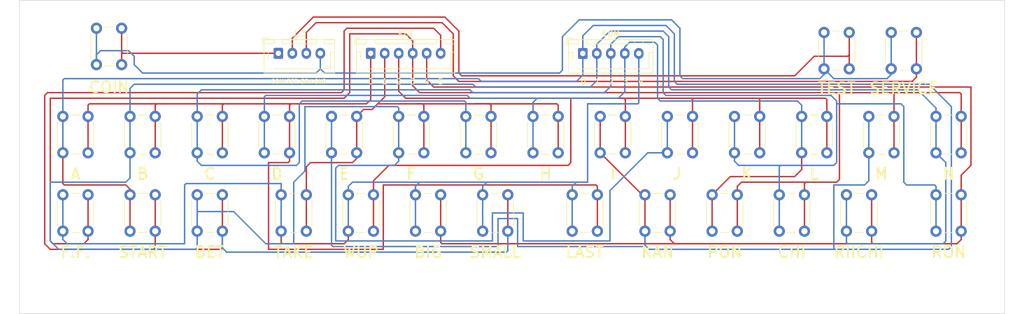
<source format=kicad_pcb>
(kicad_pcb (version 20211014) (generator pcbnew)
  (layers (0 "F.Cu" signal) (31 "B.Cu" signal) (34 "B.Paste" user) (35 "F.Paste" user) (36 "B.SilkS" user "B.Silkscreen") (37 "F.SilkS" user "F.Silkscreen") (38 "B.Mask" user) (39 "F.Mask" user) (44 "Edge.Cuts" user))
  (net 0 "")
  (net 1 "Coin")
  (net 2 "Test")
  (net 3 "GND")
  (net 4 "KEY5-1")
  (net 5 "KEY4-11")
  (net 6 "KEY3-9")
  (net 7 "KEY2-8")
  (net 8 "KEY1-5")
  (net 9 "KEY0-4")
  (net 10 "COM4-7")
  (net 11 "COM3-10")
  (net 12 "COM2-6")
  (net 13 "COM1-2")
  (net 14 "COM0-3")
  (net 15 "Service")
  (footprint "Button_Switch_THT:SW_PUSH_6mm_H7.3mm" (layer "F.Cu") (at 118.75 63.25 90)
    (fp_text reference "LAST")
    (fp_text value "SW_LAST")
  )
  (footprint "Button_Switch_THT:SW_PUSH_6mm_H7.3mm" (layer "F.Cu") (at 99.75 49.25 90)
    (fp_text reference "G")
    (fp_text value "SW_G")
  )
  (footprint "MountingHole:MountingHole_3.2mm_M3" (layer "F.Cu") (at 26 72)
    (fp_text reference "REF**" hide)
    (fp_text value "MountingHole_3.2mm_M3")
  )
  (footprint "Button_Switch_THT:SW_PUSH_6mm_H7.3mm" (layer "F.Cu") (at 78.75 63.25 90)
    (fp_text reference "WUP")
    (fp_text value "SW_WUP")
  )
  (footprint "MountingHole:MountingHole_3.2mm_M3" (layer "F.Cu") (at 108 28)
    (fp_text reference "REF**" hide)
    (fp_text value "MountingHole_3.2mm_M3")
  )
  (footprint "Button_Switch_THT:SW_PUSH_6mm_H7.3mm" (layer "F.Cu") (at 183.75 63.25 90)
    (fp_text reference "RON")
    (fp_text value "SW_RON")
  )
  (footprint "Button_Switch_THT:SW_PUSH_6mm_H7.3mm" (layer "F.Cu") (at 27.75 49.25 90)
    (fp_text reference "A")
    (fp_text value "SW_A")
  )
  (footprint "Button_Switch_THT:SW_PUSH_6mm_H7.3mm" (layer "F.Cu") (at 90.75 63.25 90)
    (fp_text reference "BIG")
    (fp_text value "SW_BIG")
  )
  (footprint "Button_Switch_THT:SW_PUSH_6mm_H7.3mm" (layer "F.Cu") (at 111.75 49.25 90)
    (fp_text reference "H")
    (fp_text value "SW_H")
  )
  (footprint "Button_Switch_THT:SW_PUSH_6mm_H7.3mm" (layer "F.Cu") (at 27.75 63.25 90)
    (fp_text reference "F.F.")
    (fp_text value "SW_F.F.")
  )
  (footprint "Connector_JST:JST_XH_B4B-XH-AM_1x04_P2.50mm_Vertical" (layer "F.Cu") (at 66.25 31.475)
    (fp_text reference "J_3")
    (fp_text value "Conn_01x04")
  )
  (footprint "Button_Switch_THT:SW_PUSH_6mm_H7.3mm" (layer "F.Cu") (at 171.75 49.25 90)
    (fp_text reference "M")
    (fp_text value "SW_M")
  )
  (footprint "Button_Switch_THT:SW_PUSH_6mm_H7.3mm" (layer "F.Cu") (at 163.75 34.25 90)
    (fp_text reference "TEST")
    (fp_text value "SW_TEST")
  )
  (footprint "Button_Switch_THT:SW_PUSH_6mm_H7.3mm" (layer "F.Cu") (at 175.75 34.25 90)
    (fp_text reference "SERVICE")
    (fp_text value "SW_SERVICE")
  )
  (footprint "Button_Switch_THT:SW_PUSH_6mm_H7.3mm" (layer "F.Cu") (at 155.75 63.25 90)
    (fp_text reference "CHI")
    (fp_text value "SW_CHI")
  )
  (footprint "Button_Switch_THT:SW_PUSH_6mm_H7.3mm" (layer "F.Cu") (at 63.75 49.25 90)
    (fp_text reference "D")
    (fp_text value "SW_D")
  )
  (footprint "Button_Switch_THT:SW_PUSH_6mm_H7.3mm" (layer "F.Cu") (at 147.75 49.25 90)
    (fp_text reference "K")
    (fp_text value "SW_K")
  )
  (footprint "Button_Switch_THT:SW_PUSH_6mm_H7.3mm" (layer "F.Cu") (at 39.75 49.25 90)
    (fp_text reference "B")
    (fp_text value "SW_B")
  )
  (footprint "Button_Switch_THT:SW_PUSH_6mm_H7.3mm" (layer "F.Cu") (at 183.75 49.25 90)
    (fp_text reference "N")
    (fp_text value "SW_N")
  )
  (footprint "MountingHole:MountingHole_3.2mm_M3" (layer "F.Cu") (at 190 28)
    (fp_text reference "REF**" hide)
    (fp_text value "MountingHole_3.2mm_M3")
  )
  (footprint "Button_Switch_THT:SW_PUSH_6mm_H7.3mm" (layer "F.Cu") (at 102.75 63.25 90)
    (fp_text reference "SMALL")
    (fp_text value "SW_SMALL")
  )
  (footprint "Button_Switch_THT:SW_PUSH_6mm_H7.3mm" (layer "F.Cu") (at 39.75 63.25 90)
    (fp_text reference "START")
    (fp_text value "SW_START")
  )
  (footprint "Button_Switch_THT:SW_PUSH_6mm_H7.3mm" (layer "F.Cu") (at 143.75 63.25 90)
    (fp_text reference "PON")
    (fp_text value "SW_PON")
  )
  (footprint "Connector_JST:JST_XH_B6B-XH-AM_1x06_P2.50mm_Vertical" (layer "F.Cu") (at 82.75 31.475)
    (fp_text reference "KEY")
    (fp_text value "Conn_01x06")
  )
  (footprint "MountingHole:MountingHole_3.2mm_M3" (layer "F.Cu") (at 108 72)
    (fp_text reference "REF**" hide)
    (fp_text value "MountingHole_3.2mm_M3")
  )
  (footprint "MountingHole:MountingHole_3.2mm_M3" (layer "F.Cu") (at 26 28)
    (fp_text reference "REF**" hide)
    (fp_text value "MountingHole_3.2mm_M3")
  )
  (footprint "Button_Switch_THT:SW_PUSH_6mm_H7.3mm" (layer "F.Cu") (at 66.75 63.25 90)
    (fp_text reference "TAKE")
    (fp_text value "SW_TAKE")
  )
  (footprint "Button_Switch_THT:SW_PUSH_6mm_H7.3mm" (layer "F.Cu") (at 123.75 49.25 90)
    (fp_text reference "I")
    (fp_text value "SW_I")
  )
  (footprint "Button_Switch_THT:SW_PUSH_6mm_H7.3mm" (layer "F.Cu") (at 33.75 33.5 90)
    (fp_text reference "COIN")
    (fp_text value "SW_COIN")
  )
  (footprint "Connector_JST:JST_XH_B5B-XH-AM_1x05_P2.50mm_Vertical" (layer "F.Cu") (at 120.65 31.5)
    (fp_text reference "COM")
    (fp_text value "Conn_01x05")
  )
  (footprint "Button_Switch_THT:SW_PUSH_6mm_H7.3mm" (layer "F.Cu") (at 51.75 63.25 90)
    (fp_text reference "BET")
    (fp_text value "SW_BET")
  )
  (footprint "Button_Switch_THT:SW_PUSH_6mm_H7.3mm" (layer "F.Cu") (at 51.75 49.25 90)
    (fp_text reference "C")
    (fp_text value "SW_C")
  )
  (footprint "Button_Switch_THT:SW_PUSH_6mm_H7.3mm" (layer "F.Cu") (at 87.75 49.25 90)
    (fp_text reference "F")
    (fp_text value "SW_F")
  )
  (footprint "MountingHole:MountingHole_3.2mm_M3" (layer "F.Cu") (at 190 72)
    (fp_text reference "REF**" hide)
    (fp_text value "MountingHole_3.2mm_M3")
  )
  (footprint "Button_Switch_THT:SW_PUSH_6mm_H7.3mm" (layer "F.Cu") (at 75.75 49.25 90)
    (fp_text reference "E")
    (fp_text value "SW_E")
  )
  (footprint "Button_Switch_THT:SW_PUSH_6mm_H7.3mm" (layer "F.Cu") (at 135.75 49.25 90)
    (fp_text reference "J")
    (fp_text value "SW_J")
  )
  (footprint "Button_Switch_THT:SW_PUSH_6mm_H7.3mm" (layer "F.Cu") (at 131.75 63.25 90)
    (fp_text reference "KAN")
    (fp_text value "SW_KAN")
  )
  (footprint "Button_Switch_THT:SW_PUSH_6mm_H7.3mm" (layer "F.Cu") (at 167.75 63.25 90)
    (fp_text reference "RIICHI")
    (fp_text value "SW_REACH")
  )
  (footprint "Button_Switch_THT:SW_PUSH_6mm_H7.3mm" (layer "F.Cu") (at 159.75 49.25 90)
    (fp_text reference "L")
    (fp_text value "SW_L")
  )
  (gr_rect (start 20 22) (end 196 78) (layer "Edge.Cuts") (width 0.1) (fill none))
  (gr_text "3" (at 128.25 36.5) (layer "F.SilkS") (effects (font (size 1 1))))
  (gr_text "SRV" (at 71.25 36.5) (layer "F.SilkS") (effects (font (size 0.75 0.75))))
  (gr_text "1" (at 123.25 36.5) (layer "F.SilkS") (effects (font (size 1 1))))
  (gr_text "2" (at 125.75 36.5) (layer "F.SilkS") (effects (font (size 1 1))))
  (gr_text "5" (at 95.25 36.5) (layer "F.SilkS") (effects (font (size 1 1))))
  (gr_text "4" (at 131 36.5) (layer "F.SilkS") (effects (font (size 1 1))))
  (gr_text "TST" (at 68.75 36.5) (layer "F.SilkS") (effects (font (size 0.75 0.75))))
  (gr_text "GND" (at 73.75 36.5) (layer "F.SilkS") (effects (font (size 0.75 0.75))))
  (gr_text "0" (at 120.75 36.5) (layer "F.SilkS") (effects (font (size 1 1))))
  (gr_text "3" (at 90.25 36.5) (layer "F.SilkS") (effects (font (size 1 1))))
  (gr_text "COIN" (at 66.25 36.5) (layer "F.SilkS") (effects (font (size 0.75 0.75))))
  (gr_text "0" (at 82.75 36.5) (layer "F.SilkS") (effects (font (size 1 1))))
  (gr_text "4" (at 92.75 36.5) (layer "F.SilkS") (effects (font (size 1 1))))
  (gr_text "2" (at 87.75 36.5) (layer "F.SilkS") (effects (font (size 1 1))))
  (gr_text "1" (at 85.25 36.5) (layer "F.SilkS") (effects (font (size 1 1))))
  (segment (start 38.475 31.475) (end 38.25 31.25) (width 0.25) (layer "F.Cu") (net 1))
  (segment (start 38.25 33.5) (end 38.25 31.25) (width 0.25) (layer "F.Cu") (net 1))
  (segment (start 38.25 31.25) (end 38.25 27) (width 0.25) (layer "F.Cu") (net 1))
  (segment (start 66.25 31.475) (end 38.475 31.475) (width 0.25) (layer "F.Cu") (net 1))
  (segment (start 162 32) (end 158.5 35.5) (width 0.25) (layer "F.Cu") (net 2))
  (segment (start 168 32) (end 162 32) (width 0.25) (layer "F.Cu") (net 2))
  (segment (start 68.75 28.75) (end 68.75 31.475) (width 0.25) (layer "F.Cu") (net 2))
  (segment (start 72.5 25) (end 68.75 28.75) (width 0.25) (layer "F.Cu") (net 2))
  (segment (start 168.25 31.75) (end 168 32) (width 0.25) (layer "F.Cu") (net 2))
  (segment (start 168.25 27.75) (end 168.25 31.75) (width 0.25) (layer "F.Cu") (net 2))
  (segment (start 98.5 27.5) (end 96 25) (width 0.25) (layer "F.Cu") (net 2))
  (segment (start 96 25) (end 72.5 25) (width 0.25) (layer "F.Cu") (net 2))
  (segment (start 158.5 35.5) (end 99 35.5) (width 0.25) (layer "F.Cu") (net 2))
  (segment (start 168.25 31.75) (end 168.25 34.25) (width 0.25) (layer "F.Cu") (net 2))
  (segment (start 99 35.5) (end 98.5 35) (width 0.25) (layer "F.Cu") (net 2))
  (segment (start 98.5 35) (end 98.5 27.5) (width 0.25) (layer "F.Cu") (net 2))
  (segment (start 73 35) (end 42 35) (width 0.25) (layer "B.Cu") (net 3))
  (segment (start 138 27) (end 138 35.5) (width 0.25) (layer "B.Cu") (net 3))
  (segment (start 163.75 34.25) (end 165.5 36) (width 0.25) (layer "B.Cu") (net 3))
  (segment (start 73.75 33.75) (end 73.75 34.25) (width 0.25) (layer "B.Cu") (net 3))
  (segment (start 175.75 35.25) (end 175.75 34.25) (width 0.25) (layer "B.Cu") (net 3))
  (segment (start 163.75 34.25) (end 163.75 27.75) (width 0.25) (layer "B.Cu") (net 3))
  (segment (start 175.75 34.25) (end 175.75 27.75) (width 0.25) (layer "B.Cu") (net 3))
  (segment (start 165.5 36) (end 175 36) (width 0.25) (layer "B.Cu") (net 3))
  (segment (start 175 36) (end 175.75 35.25) (width 0.25) (layer "B.Cu") (net 3))
  (segment (start 116.5 35) (end 117 34.5) (width 0.25) (layer "B.Cu") (net 3))
  (segment (start 163.75 35.25) (end 163.75 34.25) (width 0.25) (layer "B.Cu") (net 3))
  (segment (start 138 35.5) (end 138.5 36) (width 0.25) (layer "B.Cu") (net 3))
  (segment (start 39.5 31) (end 34.5 31) (width 0.25) (layer "B.Cu") (net 3))
  (segment (start 73.75 31.475) (end 73.75 33.75) (width 0.25) (layer "B.Cu") (net 3))
  (segment (start 120 25.5) (end 136.5 25.5) (width 0.25) (layer "B.Cu") (net 3))
  (segment (start 33.75 31.75) (end 33.75 33.5) (width 0.25) (layer "B.Cu") (net 3))
  (segment (start 138.5 36) (end 163 36) (width 0.25) (layer "B.Cu") (net 3))
  (segment (start 40.5 33.5) (end 40.5 32) (width 0.25) (layer "B.Cu") (net 3))
  (segment (start 73.75 34.25) (end 74.5 35) (width 0.25) (layer "B.Cu") (net 3))
  (segment (start 74.5 35) (end 116.5 35) (width 0.25) (layer "B.Cu") (net 3))
  (segment (start 136.5 25.5) (end 138 27) (width 0.25) (layer "B.Cu") (net 3))
  (segment (start 40.5 32) (end 39.5 31) (width 0.25) (layer "B.Cu") (net 3))
  (segment (start 34.5 31) (end 33.75 31.75) (width 0.25) (layer "B.Cu") (net 3))
  (segment (start 117 34.5) (end 117 28.5) (width 0.25) (layer "B.Cu") (net 3))
  (segment (start 42 35) (end 40.5 33.5) (width 0.25) (layer "B.Cu") (net 3))
  (segment (start 73.75 34.25) (end 73 35) (width 0.25) (layer "B.Cu") (net 3))
  (segment (start 163 36) (end 163.75 35.25) (width 0.25) (layer "B.Cu") (net 3))
  (segment (start 33.75 33.5) (end 33.75 27) (width 0.25) (layer "B.Cu") (net 3))
  (segment (start 117 28.5) (end 120 25.5) (width 0.25) (layer "B.Cu") (net 3))
  (segment (start 44.25 66.25) (end 44 66.5) (width 0.25) (layer "F.Cu") (net 4))
  (segment (start 78 27.5) (end 78.5 27) (width 0.25) (layer "F.Cu") (net 4))
  (segment (start 56.25 56.75) (end 56.25 63.25) (width 0.25) (layer "F.Cu") (net 4))
  (segment (start 44.25 56.75) (end 44.25 63.25) (width 0.25) (layer "F.Cu") (net 4))
  (segment (start 56.25 66.25) (end 56 66.5) (width 0.25) (layer "F.Cu") (net 4))
  (segment (start 25.5 66.5) (end 24.5 65.5) (width 0.25) (layer "F.Cu") (net 4))
  (segment (start 24.5 39) (end 25 38.5) (width 0.25) (layer "F.Cu") (net 4))
  (segment (start 78 38) (end 78 27.5) (width 0.25) (layer "F.Cu") (net 4))
  (segment (start 44.25 63.25) (end 44.25 66.25) (width 0.25) (layer "F.Cu") (net 4))
  (segment (start 44 66.5) (end 25.5 66.5) (width 0.25) (layer "F.Cu") (net 4))
  (segment (start 25 38.5) (end 77.5 38.5) (width 0.25) (layer "F.Cu") (net 4))
  (segment (start 107.25 63.25) (end 107.25 56.75) (width 0.25) (layer "F.Cu") (net 4))
  (segment (start 95.25 28.25) (end 95.25 31.475) (width 0.25) (layer "F.Cu") (net 4))
  (segment (start 56 66.5) (end 44 66.5) (width 0.25) (layer "F.Cu") (net 4))
  (segment (start 77.5 38.5) (end 78 38) (width 0.25) (layer "F.Cu") (net 4))
  (segment (start 78.5 27) (end 94 27) (width 0.25) (layer "F.Cu") (net 4))
  (segment (start 56.25 63.25) (end 56.25 66.25) (width 0.25) (layer "F.Cu") (net 4))
  (segment (start 94 27) (end 95.25 28.25) (width 0.25) (layer "F.Cu") (net 4))
  (segment (start 24.5 65.5) (end 24.5 39) (width 0.25) (layer "F.Cu") (net 4))
  (segment (start 107 67) (end 57 67) (width 0.25) (layer "B.Cu") (net 4))
  (segment (start 57 67) (end 56.25 66.25) (width 0.25) (layer "B.Cu") (net 4))
  (segment (start 56.25 66.25) (end 56.25 63.25) (width 0.25) (layer "B.Cu") (net 4))
  (segment (start 107.25 63.25) (end 107.25 66.75) (width 0.25) (layer "B.Cu") (net 4))
  (segment (start 107.25 66.75) (end 107 67) (width 0.25) (layer "B.Cu") (net 4))
  (segment (start 172.25 65.25) (end 172.5 65.5) (width 0.25) (layer "F.Cu") (net 5))
  (segment (start 95.25 63.25) (end 95.25 65.25) (width 0.25) (layer "F.Cu") (net 5))
  (segment (start 188.25 63.25) (end 188.25 56.75) (width 0.25) (layer "F.Cu") (net 5))
  (segment (start 188.25 56.75) (end 188.25 53.25) (width 0.25) (layer "F.Cu") (net 5))
  (segment (start 138 65.5) (end 172.5 65.5) (width 0.25) (layer "F.Cu") (net 5))
  (segment (start 172.5 65.5) (end 187.5 65.5) (width 0.25) (layer "F.Cu") (net 5))
  (segment (start 187.5 65.5) (end 188.25 64.75) (width 0.25) (layer "F.Cu") (net 5))
  (segment (start 95.5 65.5) (end 138 65.5) (width 0.25) (layer "F.Cu") (net 5))
  (segment (start 95.25 56.75) (end 95.25 63.25) (width 0.25) (layer "F.Cu") (net 5))
  (segment (start 136.25 56.75) (end 136.25 63.25) (width 0.25) (layer "F.Cu") (net 5))
  (segment (start 137 65.5) (end 138 65.5) (width 0.25) (layer "F.Cu") (net 5))
  (segment (start 188.25 53.25) (end 190 51.5) (width 0.25) (layer "F.Cu") (net 5))
  (segment (start 190 51.5) (end 190 37.5) (width 0.25) (layer "F.Cu") (net 5))
  (segment (start 94 37.5) (end 92.75 36.25) (width 0.25) (layer "F.Cu") (net 5))
  (segment (start 188.25 64.75) (end 188.25 63.25) (width 0.25) (layer "F.Cu") (net 5))
  (segment (start 92.75 36.25) (end 92.75 31.475) (width 0.25) (layer "F.Cu") (net 5))
  (segment (start 95.25 65.25) (end 95.5 65.5) (width 0.25) (layer "F.Cu") (net 5))
  (segment (start 136.25 64.75) (end 137 65.5) (width 0.25) (layer "F.Cu") (net 5))
  (segment (start 172.25 56.75) (end 172.25 63.25) (width 0.25) (layer "F.Cu") (net 5))
  (segment (start 136.25 63.25) (end 136.25 64.75) (width 0.25) (layer "F.Cu") (net 5))
  (segment (start 172.25 63.25) (end 172.25 65.25) (width 0.25) (layer "F.Cu") (net 5))
  (segment (start 190 37.5) (end 94 37.5) (width 0.25) (layer "F.Cu") (net 5))
  (segment (start 160.25 56.75) (end 160.25 54.75) (width 0.25) (layer "F.Cu") (net 6))
  (segment (start 176.25 38.75) (end 176 38.5) (width 0.25) (layer "F.Cu") (net 6))
  (segment (start 160.25 63.25) (end 160.25 56.75) (width 0.25) (layer "F.Cu") (net 6))
  (segment (start 79 38.5) (end 79 28) (width 0.25) (layer "F.Cu") (net 6))
  (segment (start 78 39.5) (end 79 38.5) (width 0.25) (layer "F.Cu") (net 6))
  (segment (start 160.25 54.75) (end 160.5 54.5) (width 0.25) (layer "F.Cu") (net 6))
  (segment (start 188.25 49.25) (end 188.25 42.75) (width 0.25) (layer "F.Cu") (net 6))
  (segment (start 90.25 37.25) (end 90.25 31.475) (width 0.25) (layer "F.Cu") (net 6))
  (segment (start 25.5 65) (end 25.5 39.5) (width 0.25) (layer "F.Cu") (net 6))
  (segment (start 31.5 65.5) (end 26 65.5) (width 0.25) (layer "F.Cu") (net 6))
  (segment (start 188.25 42.75) (end 188.25 38.75) (width 0.25) (layer "F.Cu") (net 6))
  (segment (start 26 65.5) (end 25.5 65) (width 0.25) (layer "F.Cu") (net 6))
  (segment (start 188 38.5) (end 172 38.5) (width 0.25) (layer "F.Cu") (net 6))
  (segment (start 160.5 54.5) (end 166 54.5) (width 0.25) (layer "F.Cu") (net 6))
  (segment (start 79 28) (end 89 28) (width 0.25) (layer "F.Cu") (net 6))
  (segment (start 91.5 38.5) (end 90.25 37.25) (width 0.25) (layer "F.Cu") (net 6))
  (segment (start 32.25 56.75) (end 32.25 63.25) (width 0.25) (layer "F.Cu") (net 6))
  (segment (start 148.25 63.25) (end 148.25 56.75) (width 0.25) (layer "F.Cu") (net 6))
  (segment (start 188.25 38.75) (end 188 38.5) (width 0.25) (layer "F.Cu") (net 6))
  (segment (start 32.25 63.25) (end 32.25 64.75) (width 0.25) (layer "F.Cu") (net 6))
  (segment (start 166.5 54) (end 166.5 38.5) (width 0.25) (layer "F.Cu") (net 6))
  (segment (start 25.5 39.5) (end 78 39.5) (width 0.25) (layer "F.Cu") (net 6))
  (segment (start 176.25 42.75) (end 176.25 38.75) (width 0.25) (layer "F.Cu") (net 6))
  (segment (start 148.25 55.25) (end 149 54.5) (width 0.25) (layer "F.Cu") (net 6))
  (segment (start 166 54.5) (end 166.5 54) (width 0.25) (layer "F.Cu") (net 6))
  (segment (start 166.5 38.5) (end 91.5 38.5) (width 0.25) (layer "F.Cu") (net 6))
  (segment (start 176.25 49.25) (end 176.25 42.75) (width 0.25) (layer "F.Cu") (net 6))
  (segment (start 90.25 29.25) (end 90.25 31.475) (width 0.25) (layer "F.Cu") (net 6))
  (segment (start 148.25 56.75) (end 148.25 55.25) (width 0.25) (layer "F.Cu") (net 6))
  (segment (start 32.25 64.75) (end 31.5 65.5) (width 0.25) (layer "F.Cu") (net 6))
  (segment (start 176 38.5) (end 166.5 38.5) (width 0.25) (layer "F.Cu") (net 6))
  (segment (start 89 28) (end 90.25 29.25) (width 0.25) (layer "F.Cu") (net 6))
  (segment (start 149 54.5) (end 160.5 54.5) (width 0.25) (layer "F.Cu") (net 6))
  (segment (start 126 39.5) (end 118.5 39.5) (width 0.25) (layer "F.Cu") (net 7))
  (segment (start 118 51.5) (end 118.5 51) (width 0.25) (layer "F.Cu") (net 7))
  (segment (start 140.25 49.25) (end 140.25 42.75) (width 0.25) (layer "F.Cu") (net 7))
  (segment (start 86 51.5) (end 118 51.5) (width 0.25) (layer "F.Cu") (net 7))
  (segment (start 128.25 42.75) (end 128.25 39.75) (width 0.25) (layer "F.Cu") (net 7))
  (segment (start 152.25 49.25) (end 152.25 42.75) (width 0.25) (layer "F.Cu") (net 7))
  (segment (start 83.25 63.25) (end 83.25 56.75) (width 0.25) (layer "F.Cu") (net 7))
  (segment (start 128 39.5) (end 126 39.5) (width 0.25) (layer "F.Cu") (net 7))
  (segment (start 140.25 42.75) (end 140.25 39.75) (width 0.25) (layer "F.Cu") (net 7))
  (segment (start 150 39.5) (end 136 39.5) (width 0.25) (layer "F.Cu") (net 7))
  (segment (start 164.25 49.25) (end 164.25 42.75) (width 0.25) (layer "F.Cu") (net 7))
  (segment (start 152 39.5) (end 150 39.5) (width 0.25) (layer "F.Cu") (net 7))
  (segment (start 140 39.5) (end 136 39.5) (width 0.25) (layer "F.Cu") (net 7))
  (segment (start 152.25 39.75) (end 152 39.5) (width 0.25) (layer "F.Cu") (net 7))
  (segment (start 89 39.5) (end 87.75 38.25) (width 0.25) (layer "F.Cu") (net 7))
  (segment (start 118.5 51) (end 118.5 39.5) (width 0.25) (layer "F.Cu") (net 7))
  (segment (start 140.25 39.75) (end 140 39.5) (width 0.25) (layer "F.Cu") (net 7))
  (segment (start 136 39.5) (end 126 39.5) (width 0.25) (layer "F.Cu") (net 7))
  (segment (start 83.25 56.75) (end 83.25 54.25) (width 0.25) (layer "F.Cu") (net 7))
  (segment (start 128.25 49.25) (end 128.25 42.75) (width 0.25) (layer "F.Cu") (net 7))
  (segment (start 164.25 42.75) (end 164.25 39.75) (width 0.25) (layer "F.Cu") (net 7))
  (segment (start 152.25 42.75) (end 152.25 39.75) (width 0.25) (layer "F.Cu") (net 7))
  (segment (start 87.75 38.25) (end 87.75 31.475) (width 0.25) (layer "F.Cu") (net 7))
  (segment (start 118.5 39.5) (end 89 39.5) (width 0.25) (layer "F.Cu") (net 7))
  (segment (start 164 39.5) (end 150 39.5) (width 0.25) (layer "F.Cu") (net 7))
  (segment (start 164.25 39.75) (end 164 39.5) (width 0.25) (layer "F.Cu") (net 7))
  (segment (start 128.25 39.75) (end 128 39.5) (width 0.25) (layer "F.Cu") (net 7))
  (segment (start 83.25 54.25) (end 86 51.5) (width 0.25) (layer "F.Cu") (net 7))
  (segment (start 116.25 42.75) (end 116.25 40.75) (width 0.25) (layer "F.Cu") (net 8))
  (segment (start 72 51) (end 79.5 51) (width 0.25) (layer "F.Cu") (net 8))
  (segment (start 85.25 39.25) (end 85.25 31.475) (width 0.25) (layer "F.Cu") (net 8))
  (segment (start 104.25 40.75) (end 104 40.5) (width 0.25) (layer "F.Cu") (net 8))
  (segment (start 104 40.5) (end 101.5 40.5) (width 0.25) (layer "F.Cu") (net 8))
  (segment (start 80.25 42.75) (end 81.5 41.5) (width 0.25) (layer "F.Cu") (net 8))
  (segment (start 92 40.5) (end 84 40.5) (width 0.25) (layer "F.Cu") (net 8))
  (segment (start 71.25 56.75) (end 71.25 51.75) (width 0.25) (layer "F.Cu") (net 8))
  (segment (start 79.5 51) (end 80.25 50.25) (width 0.25) (layer "F.Cu") (net 8))
  (segment (start 80.25 49.25) (end 80.25 42.75) (width 0.25) (layer "F.Cu") (net 8))
  (segment (start 116.25 40.75) (end 116 40.5) (width 0.25) (layer "F.Cu") (net 8))
  (segment (start 104.25 42.75) (end 104.25 40.75) (width 0.25) (layer "F.Cu") (net 8))
  (segment (start 116 40.5) (end 101.5 40.5) (width 0.25) (layer "F.Cu") (net 8))
  (segment (start 101.5 40.5) (end 91 40.5) (width 0.25) (layer "F.Cu") (net 8))
  (segment (start 80.25 50.25) (end 80.25 49.25) (width 0.25) (layer "F.Cu") (net 8))
  (segment (start 71.25 63.25) (end 71.25 56.75) (width 0.25) (layer "F.Cu") (net 8))
  (segment (start 81.5 41.5) (end 83 41.5) (width 0.25) (layer "F.Cu") (net 8))
  (segment (start 84 40.5) (end 85.25 39.25) (width 0.25) (layer "F.Cu") (net 8))
  (segment (start 92.25 49.25) (end 92.25 42.75) (width 0.25) (layer "F.Cu") (net 8))
  (segment (start 83 41.5) (end 84 40.5) (width 0.25) (layer "F.Cu") (net 8))
  (segment (start 92.25 42.75) (end 92.25 40.75) (width 0.25) (layer "F.Cu") (net 8))
  (segment (start 116.25 49.25) (end 116.25 42.75) (width 0.25) (layer "F.Cu") (net 8))
  (segment (start 92.25 40.75) (end 92 40.5) (width 0.25) (layer "F.Cu") (net 8))
  (segment (start 104.25 49.25) (end 104.25 42.75) (width 0.25) (layer "F.Cu") (net 8))
  (segment (start 71.25 51.75) (end 72 51) (width 0.25) (layer "F.Cu") (net 8))
  (segment (start 32.25 42.75) (end 32.25 40.75) (width 0.25) (layer "F.Cu") (net 9))
  (segment (start 68.25 49.25) (end 68.25 42.75) (width 0.25) (layer "F.Cu") (net 9))
  (segment (start 82 40.5) (end 82.75 39.75) (width 0.25) (layer "F.Cu") (net 9))
  (segment (start 68.25 49.25) (end 68.25 50.75) (width 0.25) (layer "F.Cu") (net 9))
  (segment (start 44.5 40.5) (end 56.5 40.5) (width 0.25) (layer "F.Cu") (net 9))
  (segment (start 44.25 42.75) (end 44.25 40.75) (width 0.25) (layer "F.Cu") (net 9))
  (segment (start 85 55) (end 123 55) (width 0.25) (layer "F.Cu") (net 9))
  (segment (start 123.25 56.75) (end 123.25 63.25) (width 0.25) (layer "F.Cu") (net 9))
  (segment (start 56.25 42.75) (end 56.25 40.75) (width 0.25) (layer "F.Cu") (net 9))
  (segment (start 44.25 40.75) (end 44.5 40.5) (width 0.25) (layer "F.Cu") (net 9))
  (segment (start 64.5 66.5) (end 85 66.5) (width 0.25) (layer "F.Cu") (net 9))
  (segment (start 56.5 40.5) (end 82 40.5) (width 0.25) (layer "F.Cu") (net 9))
  (segment (start 123 55) (end 123.25 55.25) (width 0.25) (layer "F.Cu") (net 9))
  (segment (start 32.5 40.5) (end 44.5 40.5) (width 0.25) (layer "F.Cu") (net 9))
  (segment (start 85 66.5) (end 85 55) (width 0.25) (layer "F.Cu") (net 9))
  (segment (start 82.75 39.75) (end 82.75 31.475) (width 0.25) (layer "F.Cu") (net 9))
  (segment (start 68.25 42.75) (end 68.25 40.75) (width 0.25) (layer "F.Cu") (net 9))
  (segment (start 56.25 49.25) (end 56.25 42.75) (width 0.25) (layer "F.Cu") (net 9))
  (segment (start 123.25 55.25) (end 123.25 56.75) (width 0.25) (layer "F.Cu") (net 9))
  (segment (start 64.5 51) (end 64.5 66.5) (width 0.25) (layer "F.Cu") (net 9))
  (segment (start 68 51) (end 64.5 51) (width 0.25) (layer "F.Cu") (net 9))
  (segment (start 32.25 49.25) (end 32.25 42.75) (width 0.25) (layer "F.Cu") (net 9))
  (segment (start 56.25 40.75) (end 56.5 40.5) (width 0.25) (layer "F.Cu") (net 9))
  (segment (start 32.25 40.75) (end 32.5 40.5) (width 0.25) (layer "F.Cu") (net 9))
  (segment (start 68.25 40.75) (end 68.5 40.5) (width 0.25) (layer "F.Cu") (net 9))
  (segment (start 44.25 49.25) (end 44.25 42.75) (width 0.25) (layer "F.Cu") (net 9))
  (segment (start 68.25 50.75) (end 68 51) (width 0.25) (layer "F.Cu") (net 9))
  (segment (start 66.75 63.25) (end 66.75 65.25) (width 0.25) (layer "F.Cu") (net 10))
  (segment (start 78 65.5) (end 78.75 64.75) (width 0.25) (layer "F.Cu") (net 10))
  (segment (start 66.75 65.25) (end 67 65.5) (width 0.25) (layer "F.Cu") (net 10))
  (segment (start 67 65.5) (end 78 65.5) (width 0.25) (layer "F.Cu") (net 10))
  (segment (start 78.75 64.75) (end 78.75 63.25) (width 0.25) (layer "F.Cu") (net 10))
  (segment (start 66.75 63.25) (end 66.75 56.75) (width 0.25) (layer "B.Cu") (net 10))
  (segment (start 66.75 56.75) (end 66.75 54.75) (width 0.25) (layer "B.Cu") (net 10))
  (segment (start 90.75 63.25) (end 90.75 56.75) (width 0.25) (layer "B.Cu") (net 10))
  (segment (start 118.75 56.75) (end 118.75 55.25) (width 0.25) (layer "B.Cu") (net 10))
  (segment (start 102.75 55.25) (end 103.5 54.5) (width 0.25) (layer "B.Cu") (net 10))
  (segment (start 78.75 55.25) (end 79.5 54.5) (width 0.25) (layer "B.Cu") (net 10))
  (segment (start 49.75 54.75) (end 49.5 55) (width 0.25) (layer "B.Cu") (net 10))
  (segment (start 118.75 55.25) (end 119.5 54.5) (width 0.25) (layer "B.Cu") (net 10))
  (segment (start 27.75 64.75) (end 27.75 63.25) (width 0.25) (layer "B.Cu") (net 10))
  (segment (start 121.5 54.5) (end 119.5 54.5) (width 0.25) (layer "B.Cu") (net 10))
  (segment (start 130.65 40.35) (end 130.5 40.5) (width 0.25) (layer "B.Cu") (net 10))
  (segment (start 90.75 55.25) (end 91.5 54.5) (width 0.25) (layer "B.Cu") (net 10))
  (segment (start 90.75 56.75) (end 90.75 55.25) (width 0.25) (layer "B.Cu") (net 10))
  (segment (start 28.5 65.5) (end 27.75 64.75) (width 0.25) (layer "B.Cu") (net 10))
  (segment (start 121.5 40.5) (end 121.5 54.5) (width 0.25) (layer "B.Cu") (net 10))
  (segment (start 78.75 56.75) (end 78.75 55.25) (width 0.25) (layer "B.Cu") (net 10))
  (segment (start 66.75 54.75) (end 49.75 54.75) (width 0.25) (layer "B.Cu") (net 10))
  (segment (start 91.5 54.5) (end 79.5 54.5) (width 0.25) (layer "B.Cu") (net 10))
  (segment (start 103.5 54.5) (end 91.5 54.5) (width 0.25) (layer "B.Cu") (net 10))
  (segment (start 102.75 56.75) (end 102.75 55.25) (width 0.25) (layer "B.Cu") (net 10))
  (segment (start 118.75 63.25) (end 118.75 56.75) (width 0.25) (layer "B.Cu") (net 10))
  (segment (start 49.5 55) (end 49.5 65.5) (width 0.25) (layer "B.Cu") (net 10))
  (segment (start 130.5 40.5) (end 121.5 40.5) (width 0.25) (layer "B.Cu") (net 10))
  (segment (start 130.65 31.5) (end 130.65 40.35) (width 0.25) (layer "B.Cu") (net 10))
  (segment (start 78.75 63.25) (end 78.75 56.75) (width 0.25) (layer "B.Cu") (net 10))
  (segment (start 119.5 54.5) (end 103.5 54.5) (width 0.25) (layer "B.Cu") (net 10))
  (segment (start 102.75 63.25) (end 102.75 56.75) (width 0.25) (layer "B.Cu") (net 10))
  (segment (start 49.5 65.5) (end 28.5 65.5) (width 0.25) (layer "B.Cu") (net 10))
  (segment (start 27.75 63.25) (end 27.75 56.75) (width 0.25) (layer "B.Cu") (net 10))
  (segment (start 159.75 52.25) (end 159.75 49.25) (width 0.25) (layer "F.Cu") (net 11))
  (segment (start 143.75 56.75) (end 147 53.5) (width 0.25) (layer "F.Cu") (net 11))
  (segment (start 147 53.5) (end 158.5 53.5) (width 0.25) (layer "F.Cu") (net 11))
  (segment (start 158.5 53.5) (end 159.75 52.25) (width 0.25) (layer "F.Cu") (net 11))
  (segment (start 143.75 63.25) (end 143.75 56.75) (width 0.25) (layer "F.Cu") (net 11))
  (segment (start 159.75 49.25) (end 159.75 42.75) (width 0.25) (layer "B.Cu") (net 11))
  (segment (start 100 39) (end 100.5 39.5) (width 0.25) (layer "B.Cu") (net 11))
  (segment (start 111.75 49.25) (end 111.75 42.75) (width 0.25) (layer "B.Cu") (net 11))
  (segment (start 129 29.5) (end 128.15 30.35) (width 0.25) (layer "B.Cu") (net 11))
  (segment (start 112.5 39.5) (end 127 39.5) (width 0.25) (layer "B.Cu") (net 11))
  (segment (start 63.75 39.25) (end 64 39) (width 0.25) (layer "B.Cu") (net 11))
  (segment (start 127 39.5) (end 128.15 38.35) (width 0.25) (layer "B.Cu") (net 11))
  (segment (start 63.75 42.75) (end 63.75 39.25) (width 0.25) (layer "B.Cu") (net 11))
  (segment (start 100.5 39.5) (end 112.5 39.5) (width 0.25) (layer "B.Cu") (net 11))
  (segment (start 111.75 42.75) (end 111.75 40.25) (width 0.25) (layer "B.Cu") (net 11))
  (segment (start 159.75 42.75) (end 159.75 40.75) (width 0.25) (layer "B.Cu") (net 11))
  (segment (start 63.75 42.75) (end 63.75 49.25) (width 0.25) (layer "B.Cu") (net 11))
  (segment (start 133.5 29.5) (end 129 29.5) (width 0.25) (layer "B.Cu") (net 11))
  (segment (start 111.75 40.25) (end 112.5 39.5) (width 0.25) (layer "B.Cu") (net 11))
  (segment (start 159 40) (end 134.5 40) (width 0.25) (layer "B.Cu") (net 11))
  (segment (start 134.5 40) (end 134 39.5) (width 0.25) (layer "B.Cu") (net 11))
  (segment (start 134 39.5) (end 134 30) (width 0.25) (layer "B.Cu") (net 11))
  (segment (start 64 39) (end 100 39) (width 0.25) (layer "B.Cu") (net 11))
  (segment (start 128.15 38.35) (end 128.15 31.5) (width 0.25) (layer "B.Cu") (net 11))
  (segment (start 134 30) (end 133.5 29.5) (width 0.25) (layer "B.Cu") (net 11))
  (segment (start 128.15 30.35) (end 128.15 31.5) (width 0.25) (layer "B.Cu") (net 11))
  (segment (start 159.75 40.75) (end 159 40) (width 0.25) (layer "B.Cu") (net 11))
  (segment (start 165 39) (end 135.5 39) (width 0.25) (layer "B.Cu") (net 12))
  (segment (start 135.5 39) (end 135 38.5) (width 0.25) (layer "B.Cu") (net 12))
  (segment (start 147.75 42.75) (end 147.75 49.25) (width 0.25) (layer "B.Cu") (net 12))
  (segment (start 51.75 38.75) (end 52.5 38) (width 0.25) (layer "B.Cu") (net 12))
  (segment (start 166 51) (end 166 40.5) (width 0.25) (layer "B.Cu") (net 12))
  (segment (start 124.5 38.5) (end 125.65 37.35) (width 0.25) (layer "B.Cu") (net 12))
  (segment (start 125.65 37.35) (end 125.65 31.5) (width 0.25) (layer "B.Cu") (net 12))
  (segment (start 155.75 63.25) (end 155.75 56.75) (width 0.25) (layer "B.Cu") (net 12))
  (segment (start 147.75 50.75) (end 148.5 51.5) (width 0.25) (layer "B.Cu") (net 12))
  (segment (start 178 54.5) (end 178 41) (width 0.25) (layer "B.Cu") (net 12))
  (segment (start 177.5 40.5) (end 166 40.5) (width 0.25) (layer "B.Cu") (net 12))
  (segment (start 99.75 40.25) (end 99.5 40) (width 0.25) (layer "B.Cu") (net 12))
  (segment (start 99.75 49.25) (end 99.75 42.75) (width 0.25) (layer "B.Cu") (net 12))
  (segment (start 166 40.5) (end 166 40) (width 0.25) (layer "B.Cu") (net 12))
  (segment (start 70 40.5) (end 70 51) (width 0.25) (layer "B.Cu") (net 12))
  (segment (start 69.5 51.5) (end 52.5 51.5) (width 0.25) (layer "B.Cu") (net 12))
  (segment (start 99.5 40) (end 70.5 40) (width 0.25) (layer "B.Cu") (net 12))
  (segment (start 147.75 49.25) (end 147.75 50.75) (width 0.25) (layer "B.Cu") (net 12))
  (segment (start 183.75 55.25) (end 183.5 55) (width 0.25) (layer "B.Cu") (net 12))
  (segment (start 148.5 51.5) (end 156 51.5) (width 0.25) (layer "B.Cu") (net 12))
  (segment (start 178 41) (end 177.5 40.5) (width 0.25) (layer "B.Cu") (net 12))
  (segment (start 135 38.5) (end 135 29) (width 0.25) (layer "B.Cu") (net 12))
  (segment (start 51.75 50.75) (end 51.75 49.25) (width 0.25) (layer "B.Cu") (net 12))
  (segment (start 70 51) (end 69.5 51.5) (width 0.25) (layer "B.Cu") (net 12))
  (segment (start 155.75 51.75) (end 156 51.5) (width 0.25) (layer "B.Cu") (net 12))
  (segment (start 99.75 42.75) (end 99.75 40.25) (width 0.25) (layer "B.Cu") (net 12))
  (segment (start 51.75 42.75) (end 51.75 38.75) (width 0.25) (layer "B.Cu") (net 12))
  (segment (start 156 51.5) (end 165.5 51.5) (width 0.25) (layer "B.Cu") (net 12))
  (segment (start 51.75 49.25) (end 51.75 42.75) (width 0.25) (layer "B.Cu") (net 12))
  (segment (start 70.5 40) (end 70 40.5) (width 0.25) (layer "B.Cu") (net 12))
  (segment (start 134.5 28.5) (end 127 28.5) (width 0.25) (layer "B.Cu") (net 12))
  (segment (start 166 40) (end 165 39) (width 0.25) (layer "B.Cu") (net 12))
  (segment (start 183.75 63.25) (end 183.75 56.75) (width 0.25) (layer "B.Cu") (net 12))
  (segment (start 183.5 55) (end 178.5 55) (width 0.25) (layer "B.Cu") (net 12))
  (segment (start 101 38.5) (end 124.5 38.5) (width 0.25) (layer "B.Cu") (net 12))
  (segment (start 125.65 29.85) (end 125.65 31.5) (width 0.25) (layer "B.Cu") (net 12))
  (segment (start 178.5 55) (end 178 54.5) (width 0.25) (layer "B.Cu") (net 12))
  (segment (start 155.75 56.75) (end 155.75 51.75) (width 0.25) (layer "B.Cu") (net 12))
  (segment (start 165.5 51.5) (end 166 51) (width 0.25) (layer "B.Cu") (net 12))
  (segment (start 52.5 51.5) (end 51.75 50.75) (width 0.25) (layer "B.Cu") (net 12))
  (segment (start 127 28.5) (end 125.65 29.85) (width 0.25) (layer "B.Cu") (net 12))
  (segment (start 135 29) (end 134.5 28.5) (width 0.25) (layer "B.Cu") (net 12))
  (segment (start 52.5 38) (end 100.5 38) (width 0.25) (layer "B.Cu") (net 12))
  (segment (start 100.5 38) (end 101 38.5) (width 0.25) (layer "B.Cu") (net 12))
  (segment (start 183.75 56.75) (end 183.75 55.25) (width 0.25) (layer "B.Cu") (net 12))
  (segment (start 123.15 36.35) (end 123.15 31.5) (width 0.25) (layer "B.Cu") (net 13))
  (segment (start 125.5 65) (end 110 65) (width 0.25) (layer "B.Cu") (net 13))
  (segment (start 185.5 51) (end 183.75 49.25) (width 0.25) (layer "B.Cu") (net 13))
  (segment (start 25.5 65) (end 25.5 54.5) (width 0.25) (layer "B.Cu") (net 13))
  (segment (start 183.75 49.25) (end 183.75 42.75) (width 0.25) (layer "B.Cu") (net 13))
  (segment (start 135.75 42.75) (end 135.75 49.25) (width 0.25) (layer "B.Cu") (net 13))
  (segment (start 104.5 65) (end 76.5 65) (width 0.25) (layer "B.Cu") (net 13))
  (segment (start 87.75 49.25) (end 87.75 42.75) (width 0.25) (layer "B.Cu") (net 13))
  (segment (start 27 66.5) (end 25.5 65) (width 0.25) (layer "B.Cu") (net 13))
  (segment (start 101 37) (end 101.5 37.5) (width 0.25) (layer "B.Cu") (net 13))
  (segment (start 58.25 59.75) (end 51.75 59.75) (width 0.25) (layer "B.Cu") (net 13))
  (segment (start 39.75 37.75) (end 40.5 37) (width 0.25) (layer "B.Cu") (net 13))
  (segment (start 183.75 42.75) (end 183.75 41.25) (width 0.25) (layer "B.Cu") (net 13))
  (segment (start 104.5 60) (end 104.5 65) (width 0.25) (layer "B.Cu") (net 13))
  (segment (start 136.5 38) (end 136 37.5) (width 0.25) (layer "B.Cu") (net 13))
  (segment (start 136 28.5) (end 135 27.5) (width 0.25) (layer "B.Cu") (net 13))
  (segment (start 64 65.5) (end 58.25 59.75) (width 0.25) (layer "B.Cu") (net 13))
  (segment (start 39.75 42.75) (end 39.75 37.75) (width 0.25) (layer "B.Cu") (net 13))
  (segment (start 87.75 50.75) (end 87.75 49.25) (width 0.25) (layer "B.Cu") (net 13))
  (segment (start 39.75 53.75) (end 39.75 49.25) (width 0.25) (layer "B.Cu") (net 13))
  (segment (start 167.75 63.25) (end 167.75 65.25) (width 0.25) (layer "B.Cu") (net 13))
  (segment (start 69 54.5) (end 69 65.5) (width 0.25) (layer "B.Cu") (net 13))
  (segment (start 110 65) (end 110 60) (width 0.25) (layer "B.Cu") (net 13))
  (segment (start 167.75 56.75) (end 167.75 63.25) (width 0.25) (layer "B.Cu") (net 13))
  (segment (start 51.75 66.25) (end 51.5 66.5) (width 0.25) (layer "B.Cu") (net 13))
  (segment (start 39.75 49.25) (end 39.75 42.75) (width 0.25) (layer "B.Cu") (net 13))
  (segment (start 40.5 37) (end 101 37) (width 0.25) (layer "B.Cu") (net 13))
  (segment (start 71 52.5) (end 69 54.5) (width 0.25) (layer "B.Cu") (net 13))
  (segment (start 87.75 42.75) (end 87.75 41.25) (width 0.25) (layer "B.Cu") (net 13))
  (segment (start 123.15 29.85) (end 123.15 31.5) (width 0.25) (layer "B.Cu") (net 13))
  (segment (start 87 51.5) (end 87.75 50.75) (width 0.25) (layer "B.Cu") (net 13))
  (segment (start 185 65.5) (end 185.5 65) (width 0.25) (layer "B.Cu") (net 13))
  (segment (start 185.5 65) (end 185.5 51) (width 0.25) (layer "B.Cu") (net 13))
  (segment (start 183.75 41.25) (end 180.5 38) (width 0.25) (layer "B.Cu") (net 13))
  (segment (start 77 51.5) (end 87 51.5) (width 0.25) (layer "B.Cu") (net 13))
  (segment (start 69 65.5) (end 64 65.5) (width 0.25) (layer "B.Cu") (net 13))
  (segment (start 125.5 27.5) (end 123.15 29.85) (width 0.25) (layer "B.Cu") (net 13))
  (segment (start 87.5 41) (end 71 41) (width 0.25) (layer "B.Cu") (net 13))
  (segment (start 71 41) (end 71 52.5) (width 0.25) (layer "B.Cu") (net 13))
  (segment (start 180.5 38) (end 136.5 38) (width 0.25) (layer "B.Cu") (net 13))
  (segment (start 168 65.5) (end 185 65.5) (width 0.25) (layer "B.Cu") (net 13))
  (segment (start 76.5 65) (end 76.5 52) (width 0.25) (layer "B.Cu") (net 13))
  (segment (start 135 27.5) (end 125.5 27.5) (width 0.25) (layer "B.Cu") (net 13))
  (segment (start 51.75 63.25) (end 51.75 66.25) (width 0.25) (layer "B.Cu") (net 13))
  (segment (start 110 60) (end 104.5 60) (width 0.25) (layer "B.Cu") (net 13))
  (segment (start 136 37.5) (end 136 28.5) (width 0.25) (layer "B.Cu") (net 13))
  (segment (start 39 54.5) (end 39.75 53.75) (width 0.25) (layer "B.Cu") (net 13))
  (segment (start 51.75 56.75) (end 51.75 59.75) (width 0.25) (layer "B.Cu") (net 13))
  (segment (start 135.75 49.25) (end 132.25 49.25) (width 0.25) (layer "B.Cu") (net 13))
  (segment (start 132.25 49.25) (end 125.5 56) (width 0.25) (layer "B.Cu") (net 13))
  (segment (start 76.5 52) (end 77 51.5) (width 0.25) (layer "B.Cu") (net 13))
  (segment (start 51.75 59.75) (end 51.75 63.25) (width 0.25) (layer "B.Cu") (net 13))
  (segment (start 122 37.5) (end 123.15 36.35) (width 0.25) (layer "B.Cu") (net 13))
  (segment (start 167.75 65.25) (end 168 65.5) (width 0.25) (layer "B.Cu") (net 13))
  (segment (start 25.5 54.5) (end 39 54.5) (width 0.25) (layer "B.Cu") (net 13))
  (segment (start 125.5 56) (end 125.5 65) (width 0.25) (layer "B.Cu") (net 13))
  (segment (start 51.5 66.5) (end 27 66.5) (width 0.25) (layer "B.Cu") (net 13))
  (segment (start 87.75 41.25) (end 87.5 41) (width 0.25) (layer "B.Cu") (net 13))
  (segment (start 101.5 37.5) (end 122 37.5) (width 0.25) (layer "B.Cu") (net 13))
  (segment (start 131.25 56.75) (end 131.75 56.75) (width 0.25) (layer "F.Cu") (net 14))
  (segment (start 27.75 54.75) (end 28 55) (width 0.25) (layer "F.Cu") (net 14))
  (segment (start 28 55) (end 39 55) (width 0.25) (layer "F.Cu") (net 14))
  (segment (start 39.75 56.75) (end 39.75 63.25) (width 0.25) (layer "F.Cu") (net 14))
  (segment (start 131.75 56.75) (end 131.75 63.25) (width 0.25) (layer "F.Cu") (net 14))
  (segment (start 123.75 49.25) (end 131.25 56.75) (width 0.25) (layer "F.Cu") (net 14))
  (segment (start 27.75 49.25) (end 27.75 54.75) (width 0.25) (layer "F.Cu") (net 14))
  (segment (start 123.75 42.75) (end 123.75 49.25) (width 0.25) (layer "F.Cu") (net 14))
  (segment (start 39.75 55.75) (end 39.75 56.75) (width 0.25) (layer "F.Cu") (net 14))
  (segment (start 39 55) (end 39.75 55.75) (width 0.25) (layer "F.Cu") (net 14))
  (segment (start 75.75 49.25) (end 75.75 65.75) (width 0.25) (layer "B.Cu") (net 14))
  (segment (start 27.75 42.75) (end 27.75 36.25) (width 0.25) (layer "B.Cu") (net 14))
  (segment (start 186 66.5) (end 186.5 66) (width 0.25) (layer "B.Cu") (net 14))
  (segment (start 109 61) (end 109 66) (width 0.25) (layer "B.Cu") (net 14))
  (segment (start 105.5 66) (end 105.5 61) (width 0.25) (layer "B.Cu") (net 14))
  (segment (start 131.5 66) (end 131.75 65.75) (width 0.25) (layer "B.Cu") (net 14))
  (segment (start 131.75 63.25) (end 131.75 65.75) (width 0.25) (layer "B.Cu") (net 14))
  (segment (start 27.75 36.25) (end 28 36) (width 0.25) (layer "B.Cu") (net 14))
  (segment (start 120.65 28.35) (end 120.65 31.5) (width 0.25) (layer "B.Cu") (net 14))
  (segment (start 109 66) (end 131.5 66) (width 0.25) (layer "B.Cu") (net 14))
  (segment (start 186.5 66) (end 186.5 41) (width 0.25) (layer "B.Cu") (net 14))
  (segment (start 135.5 26.5) (end 122.5 26.5) (width 0.25) (layer "B.Cu") (net 14))
  (segment (start 186.5 41) (end 182.5 37) (width 0.25) (layer "B.Cu") (net 14))
  (segment (start 171.75 54.25) (end 171 55) (width 0.25) (layer "B.Cu") (net 14))
  (segment (start 122.5 26.5) (end 120.65 28.35) (width 0.25) (layer "B.Cu") (net 14))
  (segment (start 102.5 36.5) (end 119.5 36.5) (width 0.25) (layer "B.Cu") (net 14))
  (segment (start 76 66) (end 105.5 66) (width 0.25) (layer "B.Cu") (net 14))
  (segment (start 182.5 37) (end 137.5 37) (width 0.25) (layer "B.Cu") (net 14))
  (segment (start 75.75 65.75) (end 76 66) (width 0.25) (layer "B.Cu") (net 14))
  (segment (start 171 55) (end 165.5 55) (width 0.25) (layer "B.Cu") (net 14))
  (segment (start 75.75 42.75) (end 75.75 49.25) (width 0.25) (layer "B.Cu") (net 14))
  (segment (start 28 36) (end 102 36) (width 0.25) (layer "B.Cu") (net 14))
  (segment (start 120.65 35.35) (end 120.65 31.5) (width 0.25) (layer "B.Cu") (net 14))
  (segment (start 27.75 49.25) (end 27.75 42.75) (width 0.25) (layer "B.Cu") (net 14))
  (segment (start 137 36.5) (end 137 28) (width 0.25) (layer "B.Cu") (net 14))
  (segment (start 171.75 42.75) (end 171.75 49.25) (width 0.25) (layer "B.Cu") (net 14))
  (segment (start 171.75 49.25) (end 171.75 54.25) (width 0.25) (layer "B.Cu") (net 14))
  (segment (start 165.5 55) (end 165.5 66.5) (width 0.25) (layer "B.Cu") (net 14))
  (segment (start 137.5 37) (end 137 36.5) (width 0.25) (layer "B.Cu") (net 14))
  (segment (start 102 36) (end 102.5 36.5) (width 0.25) (layer "B.Cu") (net 14))
  (segment (start 119.5 36.5) (end 120.65 35.35) (width 0.25) (layer "B.Cu") (net 14))
  (segment (start 132.5 66.5) (end 165.5 66.5) (width 0.25) (layer "B.Cu") (net 14))
  (segment (start 165.5 66.5) (end 186 66.5) (width 0.25) (layer "B.Cu") (net 14))
  (segment (start 105.5 61) (end 109 61) (width 0.25) (layer "B.Cu") (net 14))
  (segment (start 137 28) (end 135.5 26.5) (width 0.25) (layer "B.Cu") (net 14))
  (segment (start 131.75 65.75) (end 132.5 66.5) (width 0.25) (layer "B.Cu") (net 14))
  (segment (start 180.25 35.75) (end 179.5 36.5) (width 0.25) (layer "F.Cu") (net 15))
  (segment (start 73 26) (end 71.25 27.75) (width 0.25) (layer "F.Cu") (net 15))
  (segment (start 179.5 36.5) (end 98.5 36.5) (width 0.25) (layer "F.Cu") (net 15))
  (segment (start 180.25 34.25) (end 180.25 35.75) (width 0.25) (layer "F.Cu") (net 15))
  (segment (start 71.25 27.75) (end 71.25 31.475) (width 0.25) (layer "F.Cu") (net 15))
  (segment (start 97.5 35.5) (end 97.5 28) (width 0.25) (layer "F.Cu") (net 15))
  (segment (start 97.5 28) (end 95.5 26) (width 0.25) (layer "F.Cu") (net 15))
  (segment (start 180.25 27.75) (end 180.25 34.25) (width 0.25) (layer "F.Cu") (net 15))
  (segment (start 95.5 26) (end 73 26) (width 0.25) (layer "F.Cu") (net 15))
  (segment (start 98.5 36.5) (end 97.5 35.5) (width 0.25) (layer "F.Cu") (net 15))
)
</source>
